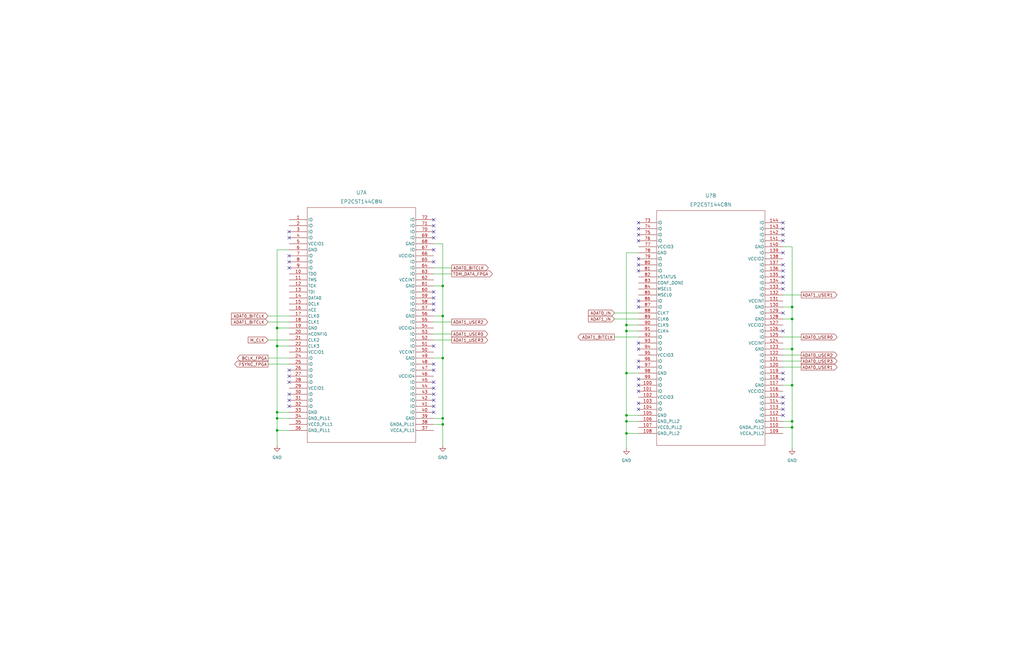
<source format=kicad_sch>
(kicad_sch (version 20211123) (generator eeschema)
  (paper "B")
  (lib_symbols
    (symbol "UltraLibrarian:EP2C5T144C8N" (pin_names (offset 0.254))
      (property "Reference" "U" (at 30.48 10.16 0))
      (property "Value" "EP2C5T144C8N" (at 30.48 7.62 0))
      (symbol "EP2C5T144C8N_1_1"
        (polyline (pts (xy 7.62 -93.98) (xy 53.34 -93.98)) (stroke (width 0.127)))
        (polyline (pts (xy 7.62 5.08) (xy 7.62 -93.98)) (stroke (width 0.127)))
        (polyline (pts (xy 53.34 -93.98) (xy 53.34 5.08)) (stroke (width 0.127)))
        (polyline (pts (xy 53.34 5.08) (xy 7.62 5.08)) (stroke (width 0.127)))
        (pin bidirectional line (at 0 0 0) (length 7.62) (name "IO") (number "1"))
        (pin output line (at 0 -22.86 0) (length 7.62) (name "TDO") (number "10"))
        (pin input line (at 0 -25.4 0) (length 7.62) (name "TMS") (number "11"))
        (pin input line (at 0 -27.94 0) (length 7.62) (name "TCK") (number "12"))
        (pin input line (at 0 -30.48 0) (length 7.62) (name "TDI") (number "13"))
        (pin bidirectional line (at 0 -33.02 0) (length 7.62) (name "DATA0") (number "14"))
        (pin bidirectional line (at 0 -35.56 0) (length 7.62) (name "DCLK") (number "15"))
        (pin bidirectional line (at 0 -38.1 0) (length 7.62) (name "nCE") (number "16"))
        (pin bidirectional line (at 0 -40.64 0) (length 7.62) (name "CLK0") (number "17"))
        (pin bidirectional line (at 0 -43.18 0) (length 7.62) (name "CLK1") (number "18"))
        (pin power_out line (at 0 -45.72 0) (length 7.62) (name "GND") (number "19"))
        (pin bidirectional line (at 0 -2.54 0) (length 7.62) (name "IO") (number "2"))
        (pin bidirectional line (at 0 -48.26 0) (length 7.62) (name "nCONFIG") (number "20"))
        (pin bidirectional line (at 0 -50.8 0) (length 7.62) (name "CLK2") (number "21"))
        (pin bidirectional line (at 0 -53.34 0) (length 7.62) (name "CLK3") (number "22"))
        (pin power_in line (at 0 -55.88 0) (length 7.62) (name "VCCIO1") (number "23"))
        (pin bidirectional line (at 0 -58.42 0) (length 7.62) (name "IO") (number "24"))
        (pin bidirectional line (at 0 -60.96 0) (length 7.62) (name "IO") (number "25"))
        (pin bidirectional line (at 0 -63.5 0) (length 7.62) (name "IO") (number "26"))
        (pin bidirectional line (at 0 -66.04 0) (length 7.62) (name "IO") (number "27"))
        (pin bidirectional line (at 0 -68.58 0) (length 7.62) (name "IO") (number "28"))
        (pin power_in line (at 0 -71.12 0) (length 7.62) (name "VCCIO1") (number "29"))
        (pin bidirectional line (at 0 -5.08 0) (length 7.62) (name "IO") (number "3"))
        (pin bidirectional line (at 0 -73.66 0) (length 7.62) (name "IO") (number "30"))
        (pin bidirectional line (at 0 -76.2 0) (length 7.62) (name "IO") (number "31"))
        (pin bidirectional line (at 0 -78.74 0) (length 7.62) (name "IO") (number "32"))
        (pin power_out line (at 0 -81.28 0) (length 7.62) (name "GND") (number "33"))
        (pin power_out line (at 0 -83.82 0) (length 7.62) (name "GND_PLL1") (number "34"))
        (pin power_in line (at 0 -86.36 0) (length 7.62) (name "VCCD_PLL1") (number "35"))
        (pin power_out line (at 0 -88.9 0) (length 7.62) (name "GND_PLL1") (number "36"))
        (pin power_in line (at 60.96 -88.9 180) (length 7.62) (name "VCCA_PLL1") (number "37"))
        (pin power_out line (at 60.96 -86.36 180) (length 7.62) (name "GNDA_PLL1") (number "38"))
        (pin power_out line (at 60.96 -83.82 180) (length 7.62) (name "GND") (number "39"))
        (pin bidirectional line (at 0 -7.62 0) (length 7.62) (name "IO") (number "4"))
        (pin bidirectional line (at 60.96 -81.28 180) (length 7.62) (name "IO") (number "40"))
        (pin bidirectional line (at 60.96 -78.74 180) (length 7.62) (name "IO") (number "41"))
        (pin bidirectional line (at 60.96 -76.2 180) (length 7.62) (name "IO") (number "42"))
        (pin bidirectional line (at 60.96 -73.66 180) (length 7.62) (name "IO") (number "43"))
        (pin bidirectional line (at 60.96 -71.12 180) (length 7.62) (name "IO") (number "44"))
        (pin bidirectional line (at 60.96 -68.58 180) (length 7.62) (name "IO") (number "45"))
        (pin power_in line (at 60.96 -66.04 180) (length 7.62) (name "VCCIO4") (number "46"))
        (pin bidirectional line (at 60.96 -63.5 180) (length 7.62) (name "IO") (number "47"))
        (pin bidirectional line (at 60.96 -60.96 180) (length 7.62) (name "IO") (number "48"))
        (pin power_out line (at 60.96 -58.42 180) (length 7.62) (name "GND") (number "49"))
        (pin power_in line (at 0 -10.16 0) (length 7.62) (name "VCCIO1") (number "5"))
        (pin power_in line (at 60.96 -55.88 180) (length 7.62) (name "VCCINT") (number "50"))
        (pin bidirectional line (at 60.96 -53.34 180) (length 7.62) (name "IO") (number "51"))
        (pin bidirectional line (at 60.96 -50.8 180) (length 7.62) (name "IO") (number "52"))
        (pin bidirectional line (at 60.96 -48.26 180) (length 7.62) (name "IO") (number "53"))
        (pin power_in line (at 60.96 -45.72 180) (length 7.62) (name "VCCIO4") (number "54"))
        (pin bidirectional line (at 60.96 -43.18 180) (length 7.62) (name "IO") (number "55"))
        (pin power_out line (at 60.96 -40.64 180) (length 7.62) (name "GND") (number "56"))
        (pin bidirectional line (at 60.96 -38.1 180) (length 7.62) (name "IO") (number "57"))
        (pin bidirectional line (at 60.96 -35.56 180) (length 7.62) (name "IO") (number "58"))
        (pin bidirectional line (at 60.96 -33.02 180) (length 7.62) (name "IO") (number "59"))
        (pin power_out line (at 0 -12.7 0) (length 7.62) (name "GND") (number "6"))
        (pin bidirectional line (at 60.96 -30.48 180) (length 7.62) (name "IO") (number "60"))
        (pin power_out line (at 60.96 -27.94 180) (length 7.62) (name "GND") (number "61"))
        (pin power_in line (at 60.96 -25.4 180) (length 7.62) (name "VCCINT") (number "62"))
        (pin bidirectional line (at 60.96 -22.86 180) (length 7.62) (name "IO") (number "63"))
        (pin bidirectional line (at 60.96 -20.32 180) (length 7.62) (name "IO") (number "64"))
        (pin bidirectional line (at 60.96 -17.78 180) (length 7.62) (name "IO") (number "65"))
        (pin power_in line (at 60.96 -15.24 180) (length 7.62) (name "VCCIO4") (number "66"))
        (pin bidirectional line (at 60.96 -12.7 180) (length 7.62) (name "IO") (number "67"))
        (pin power_out line (at 60.96 -10.16 180) (length 7.62) (name "GND") (number "68"))
        (pin bidirectional line (at 60.96 -7.62 180) (length 7.62) (name "IO") (number "69"))
        (pin bidirectional line (at 0 -15.24 0) (length 7.62) (name "IO") (number "7"))
        (pin bidirectional line (at 60.96 -5.08 180) (length 7.62) (name "IO") (number "70"))
        (pin bidirectional line (at 60.96 -2.54 180) (length 7.62) (name "IO") (number "71"))
        (pin bidirectional line (at 60.96 0 180) (length 7.62) (name "IO") (number "72"))
        (pin bidirectional line (at 0 -17.78 0) (length 7.62) (name "IO") (number "8"))
        (pin bidirectional line (at 0 -20.32 0) (length 7.62) (name "IO") (number "9"))
      )
      (symbol "EP2C5T144C8N_2_1"
        (polyline (pts (xy 7.62 -93.98) (xy 53.34 -93.98)) (stroke (width 0.127)))
        (polyline (pts (xy 7.62 5.08) (xy 7.62 -93.98)) (stroke (width 0.127)))
        (polyline (pts (xy 53.34 -93.98) (xy 53.34 5.08)) (stroke (width 0.127)))
        (polyline (pts (xy 53.34 5.08) (xy 7.62 5.08)) (stroke (width 0.127)))
        (pin bidirectional line (at 0 -68.58 0) (length 7.62) (name "IO") (number "100"))
        (pin bidirectional line (at 0 -71.12 0) (length 7.62) (name "IO") (number "101"))
        (pin power_in line (at 0 -73.66 0) (length 7.62) (name "VCCIO3") (number "102"))
        (pin bidirectional line (at 0 -76.2 0) (length 7.62) (name "IO") (number "103"))
        (pin bidirectional line (at 0 -78.74 0) (length 7.62) (name "IO") (number "104"))
        (pin power_out line (at 0 -81.28 0) (length 7.62) (name "GND") (number "105"))
        (pin power_out line (at 0 -83.82 0) (length 7.62) (name "GND_PLL2") (number "106"))
        (pin power_in line (at 0 -86.36 0) (length 7.62) (name "VCCD_PLL2") (number "107"))
        (pin power_out line (at 0 -88.9 0) (length 7.62) (name "GND_PLL2") (number "108"))
        (pin power_in line (at 60.96 -88.9 180) (length 7.62) (name "VCCA_PLL2") (number "109"))
        (pin power_out line (at 60.96 -86.36 180) (length 7.62) (name "GNDA_PLL2") (number "110"))
        (pin power_out line (at 60.96 -83.82 180) (length 7.62) (name "GND") (number "111"))
        (pin bidirectional line (at 60.96 -81.28 180) (length 7.62) (name "IO") (number "112"))
        (pin bidirectional line (at 60.96 -78.74 180) (length 7.62) (name "IO") (number "113"))
        (pin bidirectional line (at 60.96 -76.2 180) (length 7.62) (name "IO") (number "114"))
        (pin bidirectional line (at 60.96 -73.66 180) (length 7.62) (name "IO") (number "115"))
        (pin power_in line (at 60.96 -71.12 180) (length 7.62) (name "VCCIO2") (number "116"))
        (pin power_out line (at 60.96 -68.58 180) (length 7.62) (name "GND") (number "117"))
        (pin bidirectional line (at 60.96 -66.04 180) (length 7.62) (name "IO") (number "118"))
        (pin bidirectional line (at 60.96 -63.5 180) (length 7.62) (name "IO") (number "119"))
        (pin bidirectional line (at 60.96 -60.96 180) (length 7.62) (name "IO") (number "120"))
        (pin bidirectional line (at 60.96 -58.42 180) (length 7.62) (name "IO") (number "121"))
        (pin bidirectional line (at 60.96 -55.88 180) (length 7.62) (name "IO") (number "122"))
        (pin power_out line (at 60.96 -53.34 180) (length 7.62) (name "GND") (number "123"))
        (pin power_in line (at 60.96 -50.8 180) (length 7.62) (name "VCCINT") (number "124"))
        (pin bidirectional line (at 60.96 -48.26 180) (length 7.62) (name "IO") (number "125"))
        (pin bidirectional line (at 60.96 -45.72 180) (length 7.62) (name "IO") (number "126"))
        (pin power_in line (at 60.96 -43.18 180) (length 7.62) (name "VCCIO2") (number "127"))
        (pin power_out line (at 60.96 -40.64 180) (length 7.62) (name "GND") (number "128"))
        (pin bidirectional line (at 60.96 -38.1 180) (length 7.62) (name "IO") (number "129"))
        (pin power_out line (at 60.96 -35.56 180) (length 7.62) (name "GND") (number "130"))
        (pin power_in line (at 60.96 -33.02 180) (length 7.62) (name "VCCINT") (number "131"))
        (pin bidirectional line (at 60.96 -30.48 180) (length 7.62) (name "IO") (number "132"))
        (pin bidirectional line (at 60.96 -27.94 180) (length 7.62) (name "IO") (number "133"))
        (pin bidirectional line (at 60.96 -25.4 180) (length 7.62) (name "IO") (number "134"))
        (pin bidirectional line (at 60.96 -22.86 180) (length 7.62) (name "IO") (number "135"))
        (pin bidirectional line (at 60.96 -20.32 180) (length 7.62) (name "IO") (number "136"))
        (pin bidirectional line (at 60.96 -17.78 180) (length 7.62) (name "IO") (number "137"))
        (pin power_in line (at 60.96 -15.24 180) (length 7.62) (name "VCCIO2") (number "138"))
        (pin bidirectional line (at 60.96 -12.7 180) (length 7.62) (name "IO") (number "139"))
        (pin power_out line (at 60.96 -10.16 180) (length 7.62) (name "GND") (number "140"))
        (pin bidirectional line (at 60.96 -7.62 180) (length 7.62) (name "IO") (number "141"))
        (pin bidirectional line (at 60.96 -5.08 180) (length 7.62) (name "IO") (number "142"))
        (pin bidirectional line (at 60.96 -2.54 180) (length 7.62) (name "IO") (number "143"))
        (pin bidirectional line (at 60.96 0 180) (length 7.62) (name "IO") (number "144"))
        (pin bidirectional line (at 0 0 0) (length 7.62) (name "IO") (number "73"))
        (pin bidirectional line (at 0 -2.54 0) (length 7.62) (name "IO") (number "74"))
        (pin bidirectional line (at 0 -5.08 0) (length 7.62) (name "IO") (number "75"))
        (pin bidirectional line (at 0 -7.62 0) (length 7.62) (name "IO") (number "76"))
        (pin power_in line (at 0 -10.16 0) (length 7.62) (name "VCCIO3") (number "77"))
        (pin power_out line (at 0 -12.7 0) (length 7.62) (name "GND") (number "78"))
        (pin bidirectional line (at 0 -15.24 0) (length 7.62) (name "IO") (number "79"))
        (pin bidirectional line (at 0 -17.78 0) (length 7.62) (name "IO") (number "80"))
        (pin bidirectional line (at 0 -20.32 0) (length 7.62) (name "IO") (number "81"))
        (pin bidirectional line (at 0 -22.86 0) (length 7.62) (name "nSTATUS") (number "82"))
        (pin bidirectional line (at 0 -25.4 0) (length 7.62) (name "CONF_DONE") (number "83"))
        (pin bidirectional line (at 0 -27.94 0) (length 7.62) (name "MSEL1") (number "84"))
        (pin bidirectional line (at 0 -30.48 0) (length 7.62) (name "MSEL0") (number "85"))
        (pin bidirectional line (at 0 -33.02 0) (length 7.62) (name "IO") (number "86"))
        (pin bidirectional line (at 0 -35.56 0) (length 7.62) (name "IO") (number "87"))
        (pin bidirectional line (at 0 -38.1 0) (length 7.62) (name "CLK7") (number "88"))
        (pin bidirectional line (at 0 -40.64 0) (length 7.62) (name "CLK6") (number "89"))
        (pin bidirectional line (at 0 -43.18 0) (length 7.62) (name "CLK5") (number "90"))
        (pin bidirectional line (at 0 -45.72 0) (length 7.62) (name "CLK4") (number "91"))
        (pin bidirectional line (at 0 -48.26 0) (length 7.62) (name "IO") (number "92"))
        (pin bidirectional line (at 0 -50.8 0) (length 7.62) (name "IO") (number "93"))
        (pin bidirectional line (at 0 -53.34 0) (length 7.62) (name "IO") (number "94"))
        (pin power_in line (at 0 -55.88 0) (length 7.62) (name "VCCIO3") (number "95"))
        (pin bidirectional line (at 0 -58.42 0) (length 7.62) (name "IO") (number "96"))
        (pin bidirectional line (at 0 -60.96 0) (length 7.62) (name "IO") (number "97"))
        (pin power_out line (at 0 -63.5 0) (length 7.62) (name "GND") (number "98"))
        (pin bidirectional line (at 0 -66.04 0) (length 7.62) (name "IO") (number "99"))
      )
    )
    (symbol "power:GND" (power) (pin_names (offset 0))
      (property "Value" "GND" (at 0 -3.81 0))
      (symbol "GND_0_1"
        (polyline (pts (xy 0 0) (xy 0 -1.27) (xy 1.27 -1.27) (xy 0 -2.54) (xy -1.27 -1.27) (xy 0 -1.27)))
      )
      (symbol "GND_1_1"
        (pin power_in line (at 0 0 270) (length 0) hide (name "GND") (number "1"))
      )
    )
  )
  (junction (at 186.69 176.53))
  (junction (at 116.84 173.99))
  (junction (at 334.01 147.32))
  (junction (at 264.16 177.8))
  (junction (at 334.01 177.8))
  (junction (at 186.69 133.35))
  (junction (at 264.16 139.7))
  (junction (at 116.84 176.53))
  (junction (at 264.16 157.48))
  (junction (at 116.84 138.43))
  (junction (at 186.69 151.13))
  (junction (at 334.01 134.62))
  (junction (at 334.01 129.54))
  (junction (at 186.69 179.07))
  (junction (at 264.16 182.88))
  (junction (at 116.84 181.61))
  (junction (at 264.16 175.26))
  (junction (at 116.84 146.05))
  (junction (at 186.69 120.65))
  (junction (at 334.01 180.34))
  (junction (at 334.01 162.56))
  (junction (at 264.16 137.16))
  (no_connect (at 121.92 161.29))
  (no_connect (at 330.2 111.76))
  (no_connect (at 269.24 96.52))
  (no_connect (at 269.24 109.22))
  (no_connect (at 330.2 99.06))
  (no_connect (at 269.24 99.06))
  (no_connect (at 121.92 107.95))
  (no_connect (at 182.88 156.21))
  (no_connect (at 182.88 153.67))
  (no_connect (at 182.88 92.71))
  (no_connect (at 182.88 173.99))
  (no_connect (at 330.2 172.72))
  (no_connect (at 121.92 166.37))
  (no_connect (at 330.2 167.64))
  (no_connect (at 182.88 163.83))
  (no_connect (at 330.2 106.68))
  (no_connect (at 330.2 160.02))
  (no_connect (at 330.2 116.84))
  (no_connect (at 269.24 147.32))
  (no_connect (at 182.88 95.25))
  (no_connect (at 182.88 110.49))
  (no_connect (at 269.24 152.4))
  (no_connect (at 182.88 146.05))
  (no_connect (at 182.88 97.79))
  (no_connect (at 330.2 157.48))
  (no_connect (at 182.88 105.41))
  (no_connect (at 269.24 111.76))
  (no_connect (at 182.88 161.29))
  (no_connect (at 269.24 172.72))
  (no_connect (at 182.88 166.37))
  (no_connect (at 269.24 165.1))
  (no_connect (at 182.88 130.81))
  (no_connect (at 121.92 110.49))
  (no_connect (at 330.2 114.3))
  (no_connect (at 121.92 113.03))
  (no_connect (at 269.24 129.54))
  (no_connect (at 330.2 170.18))
  (no_connect (at 269.24 127))
  (no_connect (at 182.88 100.33))
  (no_connect (at 330.2 175.26))
  (no_connect (at 330.2 121.92))
  (no_connect (at 182.88 171.45))
  (no_connect (at 182.88 123.19))
  (no_connect (at 330.2 119.38))
  (no_connect (at 121.92 100.33))
  (no_connect (at 121.92 171.45))
  (no_connect (at 121.92 97.79))
  (no_connect (at 182.88 125.73))
  (no_connect (at 121.92 156.21))
  (no_connect (at 121.92 168.91))
  (no_connect (at 269.24 162.56))
  (no_connect (at 121.92 158.75))
  (no_connect (at 269.24 101.6))
  (no_connect (at 330.2 96.52))
  (no_connect (at 269.24 154.94))
  (no_connect (at 182.88 168.91))
  (no_connect (at 269.24 160.02))
  (no_connect (at 330.2 139.7))
  (no_connect (at 269.24 170.18))
  (no_connect (at 269.24 144.78))
  (no_connect (at 330.2 93.98))
  (no_connect (at 182.88 128.27))
  (no_connect (at 269.24 93.98))
  (no_connect (at 269.24 114.3))
  (no_connect (at 330.2 132.08))
  (no_connect (at 330.2 101.6))
  (wire (pts (xy 330.2 152.4) (xy 337.82 152.4)))
  (wire (pts (xy 330.2 124.46) (xy 337.82 124.46)))
  (wire (pts (xy 116.84 146.05) (xy 121.92 146.05)))
  (wire (pts (xy 182.88 143.51) (xy 190.5 143.51)))
  (wire (pts (xy 113.03 153.67) (xy 121.92 153.67)))
  (wire (pts (xy 186.69 102.87) (xy 186.69 120.65)))
  (wire (pts (xy 186.69 120.65) (xy 186.69 133.35)))
  (wire (pts (xy 264.16 157.48) (xy 264.16 175.26)))
  (wire (pts (xy 264.16 106.68) (xy 264.16 137.16)))
  (wire (pts (xy 259.08 142.24) (xy 269.24 142.24)))
  (wire (pts (xy 113.03 135.89) (xy 121.92 135.89)))
  (wire (pts (xy 264.16 139.7) (xy 269.24 139.7)))
  (wire (pts (xy 186.69 176.53) (xy 186.69 179.07)))
  (wire (pts (xy 121.92 105.41) (xy 116.84 105.41)))
  (wire (pts (xy 182.88 115.57) (xy 190.5 115.57)))
  (wire (pts (xy 334.01 162.56) (xy 334.01 177.8)))
  (wire (pts (xy 186.69 187.96) (xy 186.69 179.07)))
  (wire (pts (xy 182.88 113.03) (xy 190.5 113.03)))
  (wire (pts (xy 330.2 154.94) (xy 337.82 154.94)))
  (wire (pts (xy 116.84 146.05) (xy 116.84 173.99)))
  (wire (pts (xy 334.01 177.8) (xy 334.01 180.34)))
  (wire (pts (xy 116.84 173.99) (xy 116.84 176.53)))
  (wire (pts (xy 330.2 104.14) (xy 334.01 104.14)))
  (wire (pts (xy 264.16 137.16) (xy 269.24 137.16)))
  (wire (pts (xy 269.24 157.48) (xy 264.16 157.48)))
  (wire (pts (xy 116.84 138.43) (xy 116.84 146.05)))
  (wire (pts (xy 182.88 102.87) (xy 186.69 102.87)))
  (wire (pts (xy 116.84 181.61) (xy 121.92 181.61)))
  (wire (pts (xy 186.69 151.13) (xy 186.69 176.53)))
  (wire (pts (xy 121.92 138.43) (xy 116.84 138.43)))
  (wire (pts (xy 182.88 135.89) (xy 190.5 135.89)))
  (wire (pts (xy 182.88 176.53) (xy 186.69 176.53)))
  (wire (pts (xy 264.16 182.88) (xy 269.24 182.88)))
  (wire (pts (xy 182.88 120.65) (xy 186.69 120.65)))
  (wire (pts (xy 334.01 180.34) (xy 330.2 180.34)))
  (wire (pts (xy 116.84 181.61) (xy 116.84 176.53)))
  (wire (pts (xy 330.2 129.54) (xy 334.01 129.54)))
  (wire (pts (xy 121.92 173.99) (xy 116.84 173.99)))
  (wire (pts (xy 259.08 132.08) (xy 269.24 132.08)))
  (wire (pts (xy 330.2 142.24) (xy 337.82 142.24)))
  (wire (pts (xy 116.84 105.41) (xy 116.84 138.43)))
  (wire (pts (xy 330.2 134.62) (xy 334.01 134.62)))
  (wire (pts (xy 116.84 176.53) (xy 121.92 176.53)))
  (wire (pts (xy 113.03 143.51) (xy 121.92 143.51)))
  (wire (pts (xy 269.24 175.26) (xy 264.16 175.26)))
  (wire (pts (xy 334.01 129.54) (xy 334.01 134.62)))
  (wire (pts (xy 182.88 140.97) (xy 190.5 140.97)))
  (wire (pts (xy 334.01 189.23) (xy 334.01 180.34)))
  (wire (pts (xy 330.2 162.56) (xy 334.01 162.56)))
  (wire (pts (xy 334.01 104.14) (xy 334.01 129.54)))
  (wire (pts (xy 264.16 189.23) (xy 264.16 182.88)))
  (wire (pts (xy 259.08 134.62) (xy 269.24 134.62)))
  (wire (pts (xy 330.2 177.8) (xy 334.01 177.8)))
  (wire (pts (xy 330.2 147.32) (xy 334.01 147.32)))
  (wire (pts (xy 116.84 187.96) (xy 116.84 181.61)))
  (wire (pts (xy 182.88 133.35) (xy 186.69 133.35)))
  (wire (pts (xy 269.24 106.68) (xy 264.16 106.68)))
  (wire (pts (xy 186.69 179.07) (xy 182.88 179.07)))
  (wire (pts (xy 330.2 149.86) (xy 337.82 149.86)))
  (wire (pts (xy 113.03 151.13) (xy 121.92 151.13)))
  (wire (pts (xy 334.01 147.32) (xy 334.01 162.56)))
  (wire (pts (xy 186.69 133.35) (xy 186.69 151.13)))
  (wire (pts (xy 269.24 177.8) (xy 264.16 177.8)))
  (wire (pts (xy 264.16 139.7) (xy 264.16 157.48)))
  (wire (pts (xy 264.16 175.26) (xy 264.16 177.8)))
  (wire (pts (xy 334.01 134.62) (xy 334.01 147.32)))
  (wire (pts (xy 113.03 133.35) (xy 121.92 133.35)))
  (wire (pts (xy 264.16 177.8) (xy 264.16 182.88)))
  (wire (pts (xy 264.16 137.16) (xy 264.16 139.7)))
  (wire (pts (xy 182.88 151.13) (xy 186.69 151.13)))
  (global_label "ADAT1_USER1" (shape output) (at 337.82 124.46 0) (property "Intersheet References" "${INTERSHEET_REFS}" (at 352.9936 124.3806 0) (effects (justify left))))
  (global_label "ADAT1_USER0" (shape output) (at 190.5 140.97 0) (property "Intersheet References" "${INTERSHEET_REFS}" (at 205.6736 140.8906 0) (effects (justify left))))
  (global_label "ADAT1_BITCLK" (shape input) (at 113.03 135.89 180) (property "Intersheet References" "${INTERSHEET_REFS}" (at 97.6145 135.8106 0) (effects (justify right))))
  (global_label "ADAT0_BITCLK" (shape output) (at 190.5 113.03 0) (property "Intersheet References" "${INTERSHEET_REFS}" (at 205.9155 112.9506 0) (effects (justify left))))
  (global_label "ADAT1_IN" (shape input) (at 259.08 134.62 180) (property "Intersheet References" "${INTERSHEET_REFS}" (at 248.1398 134.5406 0) (effects (justify right))))
  (global_label "FSYNC_FPGA" (shape output) (at 113.03 153.67 180) (property "Intersheet References" "${INTERSHEET_REFS}" (at 98.945 153.5906 0) (effects (justify right))))
  (global_label "ADAT1_USER3" (shape output) (at 190.5 143.51 0) (property "Intersheet References" "${INTERSHEET_REFS}" (at 205.6736 143.4306 0) (effects (justify left))))
  (global_label "ADAT0_USER2" (shape output) (at 337.82 149.86 0) (property "Intersheet References" "${INTERSHEET_REFS}" (at 352.9936 149.7806 0) (effects (justify left))))
  (global_label "ADAT0_USER0" (shape output) (at 337.82 142.24 0) (property "Intersheet References" "${INTERSHEET_REFS}" (at 352.9936 142.1606 0) (effects (justify left))))
  (global_label "BCLK_FPGA" (shape output) (at 113.03 151.13 180) (property "Intersheet References" "${INTERSHEET_REFS}" (at 100.094 151.0506 0) (effects (justify right))))
  (global_label "ADAT0_BITCLK" (shape input) (at 113.03 133.35 180) (property "Intersheet References" "${INTERSHEET_REFS}" (at 97.6145 133.2706 0) (effects (justify right))))
  (global_label "ADAT0_USER3" (shape output) (at 337.82 152.4 0) (property "Intersheet References" "${INTERSHEET_REFS}" (at 352.9936 152.3206 0) (effects (justify left))))
  (global_label "TDM_DATA_FPGA" (shape output) (at 190.5 115.57 0) (property "Intersheet References" "${INTERSHEET_REFS}" (at 207.6693 115.4906 0) (effects (justify left))))
  (global_label "ADAT0_USER1" (shape output) (at 337.82 154.94 0) (property "Intersheet References" "${INTERSHEET_REFS}" (at 352.9936 154.8606 0) (effects (justify left))))
  (global_label "M_CLK" (shape input) (at 113.03 143.51 180) (property "Intersheet References" "${INTERSHEET_REFS}" (at 104.6298 143.4306 0) (effects (justify right))))
  (global_label "ADAT1_BITCLK" (shape output) (at 259.08 142.24 180) (property "Intersheet References" "${INTERSHEET_REFS}" (at 243.6645 142.1606 0) (effects (justify right))))
  (global_label "ADAT1_USER2" (shape output) (at 190.5 135.89 0) (property "Intersheet References" "${INTERSHEET_REFS}" (at 205.6736 135.8106 0) (effects (justify left))))
  (global_label "ADAT0_IN" (shape input) (at 259.08 132.08 180) (property "Intersheet References" "${INTERSHEET_REFS}" (at 248.1398 132.0006 0) (effects (justify right))))
  (symbol (lib_id "UltraLibrarian:EP2C5T144C8N") (at 269.24 93.98 0) (unit 2)
    (property "Reference" "U?" (at 299.72 82.55 0) (effects (font (size 1.524 1.524))))
    (property "Value" "EP2C5T144C8N" (at 299.72 86.36 0) (effects (font (size 1.524 1.524))))
    (property "Footprint" "UltraLibrarian:TQFP144_WIREBOND_INT" (effects hide))
    (property "Datasheet" "EP2C5T144C8N" (effects hide))
  )
  (symbol (lib_id "power:GND") (at 334.01 189.23 0) (unit 1)
    (property "Reference" "#PWR?" (effects hide))
    (property "Value" "GND" (at 334.01 194.31 0))
  )
  (symbol (lib_id "power:GND") (at 186.69 187.96 0) (unit 1)
    (property "Reference" "#PWR?" (effects hide))
    (property "Value" "GND" (at 186.69 193.04 0))
  )
  (symbol (lib_id "power:GND") (at 116.84 187.96 0) (unit 1)
    (property "Reference" "#PWR?" (effects hide))
    (property "Value" "GND" (at 116.84 193.04 0))
  )
  (symbol (lib_id "UltraLibrarian:EP2C5T144C8N") (at 121.92 92.71 0) (unit 1)
    (property "Reference" "U?" (at 152.4 81.28 0) (effects (font (size 1.524 1.524))))
    (property "Value" "EP2C5T144C8N" (at 152.4 85.09 0) (effects (font (size 1.524 1.524))))
    (property "Footprint" "UltraLibrarian:TQFP144_WIREBOND_INT" (effects hide))
    (property "Datasheet" "EP2C5T144C8N" (effects hide))
  )
  (symbol (lib_id "power:GND") (at 264.16 189.23 0) (unit 1)
    (property "Reference" "#PWR?" (effects hide))
    (property "Value" "GND" (at 264.16 194.31 0))
  )
)
</source>
